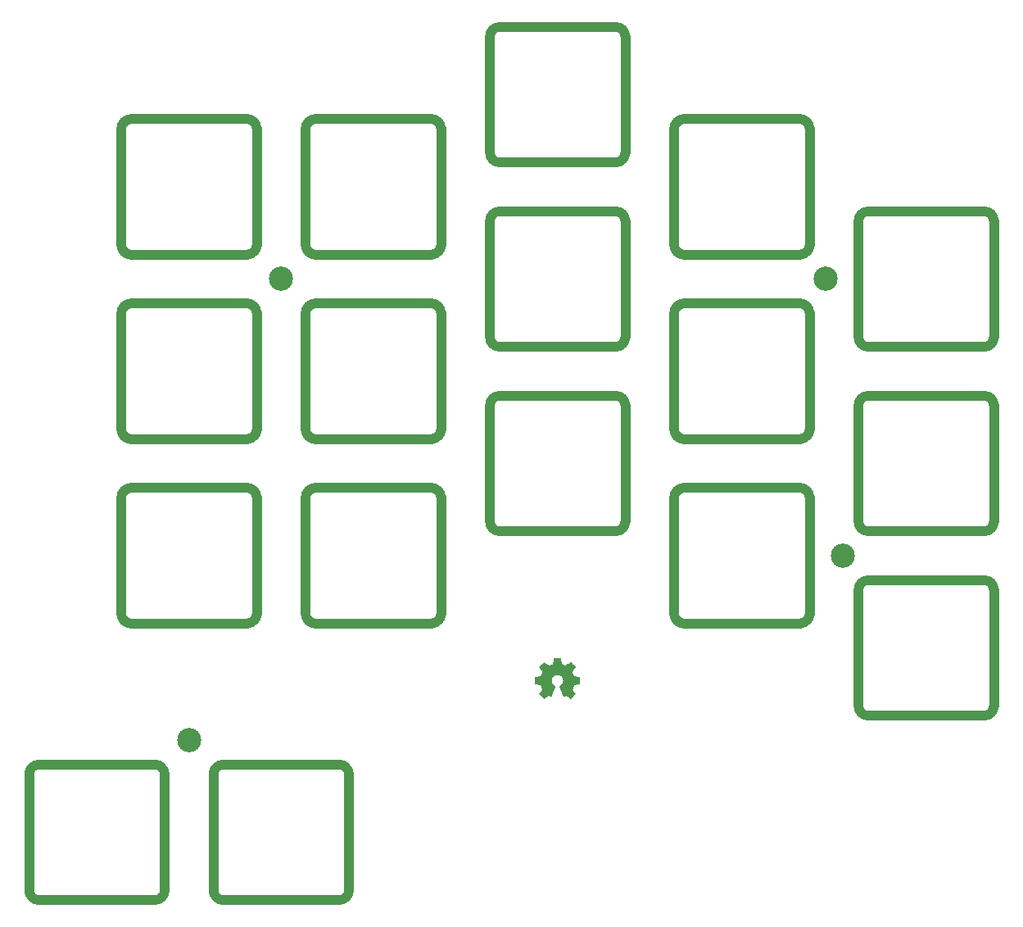
<source format=gts>
%TF.GenerationSoftware,KiCad,Pcbnew,(6.0.7-1)-1*%
%TF.CreationDate,2022-08-07T12:30:15+08:00*%
%TF.ProjectId,Plate,506c6174-652e-46b6-9963-61645f706362,3*%
%TF.SameCoordinates,PX4955318PY48ab840*%
%TF.FileFunction,Soldermask,Top*%
%TF.FilePolarity,Negative*%
%FSLAX46Y46*%
G04 Gerber Fmt 4.6, Leading zero omitted, Abs format (unit mm)*
G04 Created by KiCad (PCBNEW (6.0.7-1)-1) date 2022-08-07 12:30:15*
%MOMM*%
%LPD*%
G01*
G04 APERTURE LIST*
%ADD10C,1.000000*%
%ADD11C,0.010000*%
%ADD12C,2.500000*%
G04 APERTURE END LIST*
D10*
X60675000Y-7000000D02*
X72675000Y-7000000D01*
X73675000Y6000000D02*
X73675000Y-6000000D01*
X60675000Y7000000D02*
X72675000Y7000000D01*
X59675000Y6000000D02*
X59675000Y-6000000D01*
X59675000Y-6000000D02*
G75*
G03*
X60675000Y-7000000I999999J-1D01*
G01*
X60675000Y7000000D02*
G75*
G03*
X59675000Y6000000I-1J-999999D01*
G01*
X73675000Y6000000D02*
G75*
G03*
X72675000Y7000000I-1000000J0D01*
G01*
X72675000Y-7000000D02*
G75*
G03*
X73675000Y-6000000I0J1000000D01*
G01*
X59675000Y-13050000D02*
X59675000Y-25050000D01*
X60675000Y-26050000D02*
X72675000Y-26050000D01*
X73675000Y-13050000D02*
X73675000Y-25050000D01*
X60675000Y-12050000D02*
X72675000Y-12050000D01*
X59675000Y-25050000D02*
G75*
G03*
X60675000Y-26050000I999999J-1D01*
G01*
X60675000Y-12050000D02*
G75*
G03*
X59675000Y-13050000I-1J-999999D01*
G01*
X72675000Y-26050000D02*
G75*
G03*
X73675000Y-25050000I0J1000000D01*
G01*
X73675000Y-13050000D02*
G75*
G03*
X72675000Y-12050000I-1000000J0D01*
G01*
X41625000Y-2525000D02*
X53625000Y-2525000D01*
X41625000Y-16525000D02*
X53625000Y-16525000D01*
X40625000Y-3525000D02*
X40625000Y-15525000D01*
X54625000Y-3525000D02*
X54625000Y-15525000D01*
X54625000Y-3525000D02*
G75*
G03*
X53625000Y-2525000I-1000000J0D01*
G01*
X53625000Y-16525000D02*
G75*
G03*
X54625000Y-15525000I0J1000000D01*
G01*
X40625000Y-15525000D02*
G75*
G03*
X41625000Y-16525000I999999J-1D01*
G01*
X41625000Y-2525000D02*
G75*
G03*
X40625000Y-3525000I-1J-999999D01*
G01*
X41625000Y2525000D02*
X53625000Y2525000D01*
X54625000Y15525000D02*
X54625000Y3525000D01*
X40625000Y15525000D02*
X40625000Y3525000D01*
X41625000Y16525000D02*
X53625000Y16525000D01*
X54625000Y15525000D02*
G75*
G03*
X53625000Y16525000I-1000000J0D01*
G01*
X41625000Y16525000D02*
G75*
G03*
X40625000Y15525000I-1J-999999D01*
G01*
X40625000Y3525000D02*
G75*
G03*
X41625000Y2525000I999999J-1D01*
G01*
X53625000Y2525000D02*
G75*
G03*
X54625000Y3525000I0J1000000D01*
G01*
X21575000Y25050000D02*
X21575000Y13050000D01*
X22575000Y26050000D02*
X34575000Y26050000D01*
X22575000Y12050000D02*
X34575000Y12050000D01*
X35575000Y25050000D02*
X35575000Y13050000D01*
X35575000Y25050000D02*
G75*
G03*
X34575000Y26050000I-1000000J0D01*
G01*
X34575000Y12050000D02*
G75*
G03*
X35575000Y13050000I0J1000000D01*
G01*
X22575000Y26050000D02*
G75*
G03*
X21575000Y25050000I-1J-999999D01*
G01*
X21575000Y13050000D02*
G75*
G03*
X22575000Y12050000I999999J-1D01*
G01*
X3525000Y2525000D02*
X15525000Y2525000D01*
X16525000Y15525000D02*
X16525000Y3525000D01*
X2525000Y15525000D02*
X2525000Y3525000D01*
X3525000Y16525000D02*
X15525000Y16525000D01*
X2525000Y3525000D02*
G75*
G03*
X3525000Y2525000I999999J-1D01*
G01*
X15525000Y2525000D02*
G75*
G03*
X16525000Y3525000I0J1000000D01*
G01*
X3525000Y16525000D02*
G75*
G03*
X2525000Y15525000I-1J-999999D01*
G01*
X16525000Y15525000D02*
G75*
G03*
X15525000Y16525000I-1000000J0D01*
G01*
X-2525000Y15525000D02*
X-2525000Y3525000D01*
X-15525000Y16525000D02*
X-3525000Y16525000D01*
X-15525000Y2525000D02*
X-3525000Y2525000D01*
X-16525000Y15525000D02*
X-16525000Y3525000D01*
X-16525000Y3525000D02*
G75*
G03*
X-15525000Y2525000I999999J-1D01*
G01*
X-3525000Y2525000D02*
G75*
G03*
X-2525000Y3525000I0J1000000D01*
G01*
X-2525000Y15525000D02*
G75*
G03*
X-3525000Y16525000I-1000000J0D01*
G01*
X-15525000Y16525000D02*
G75*
G03*
X-16525000Y15525000I-1J-999999D01*
G01*
X22575000Y-7000000D02*
X34575000Y-7000000D01*
X22575000Y7000000D02*
X34575000Y7000000D01*
X21575000Y6000000D02*
X21575000Y-6000000D01*
X35575000Y6000000D02*
X35575000Y-6000000D01*
X34575000Y-7000000D02*
G75*
G03*
X35575000Y-6000000I0J1000000D01*
G01*
X22575000Y7000000D02*
G75*
G03*
X21575000Y6000000I-1J-999999D01*
G01*
X35575000Y6000000D02*
G75*
G03*
X34575000Y7000000I-1000000J0D01*
G01*
X21575000Y-6000000D02*
G75*
G03*
X22575000Y-7000000I999999J-1D01*
G01*
X16525000Y-3525000D02*
X16525000Y-15525000D01*
X3525000Y-2525000D02*
X15525000Y-2525000D01*
X2525000Y-3525000D02*
X2525000Y-15525000D01*
X3525000Y-16525000D02*
X15525000Y-16525000D01*
X15525000Y-16525000D02*
G75*
G03*
X16525000Y-15525000I0J1000000D01*
G01*
X3525000Y-2525000D02*
G75*
G03*
X2525000Y-3525000I-1J-999999D01*
G01*
X16525000Y-3525000D02*
G75*
G03*
X15525000Y-2525000I-1000000J0D01*
G01*
X2525000Y-15525000D02*
G75*
G03*
X3525000Y-16525000I999999J-1D01*
G01*
X-15525000Y-16525000D02*
X-3525000Y-16525000D01*
X-15525000Y-2525000D02*
X-3525000Y-2525000D01*
X-2525000Y-3525000D02*
X-2525000Y-15525000D01*
X-16525000Y-3525000D02*
X-16525000Y-15525000D01*
X-15525000Y-2525000D02*
G75*
G03*
X-16525000Y-3525000I-1J-999999D01*
G01*
X-2525000Y-3525000D02*
G75*
G03*
X-3525000Y-2525000I-1000000J0D01*
G01*
X-3525000Y-16525000D02*
G75*
G03*
X-2525000Y-15525000I0J1000000D01*
G01*
X-16525000Y-15525000D02*
G75*
G03*
X-15525000Y-16525000I999999J-1D01*
G01*
X60675000Y-31100000D02*
X72675000Y-31100000D01*
X59675000Y-32100000D02*
X59675000Y-44100000D01*
X73675000Y-32100000D02*
X73675000Y-44100000D01*
X60675000Y-45100000D02*
X72675000Y-45100000D01*
X72675000Y-45100000D02*
G75*
G03*
X73675000Y-44100000I0J1000000D01*
G01*
X73675000Y-32100000D02*
G75*
G03*
X72675000Y-31100000I-1000000J0D01*
G01*
X60675000Y-31100000D02*
G75*
G03*
X59675000Y-32100000I-1J-999999D01*
G01*
X59675000Y-44100000D02*
G75*
G03*
X60675000Y-45100000I999999J-1D01*
G01*
X54625000Y-22575000D02*
X54625000Y-34575000D01*
X40625000Y-22575000D02*
X40625000Y-34575000D01*
X41625000Y-21575000D02*
X53625000Y-21575000D01*
X41625000Y-35575000D02*
X53625000Y-35575000D01*
X41625000Y-21575000D02*
G75*
G03*
X40625000Y-22575000I-1J-999999D01*
G01*
X54625000Y-22575000D02*
G75*
G03*
X53625000Y-21575000I-1000000J0D01*
G01*
X40625000Y-34575000D02*
G75*
G03*
X41625000Y-35575000I999999J-1D01*
G01*
X53625000Y-35575000D02*
G75*
G03*
X54625000Y-34575000I0J1000000D01*
G01*
X22575000Y-26050000D02*
X34575000Y-26050000D01*
X21575000Y-13050000D02*
X21575000Y-25050000D01*
X35575000Y-13050000D02*
X35575000Y-25050000D01*
X22575000Y-12050000D02*
X34575000Y-12050000D01*
X34575000Y-26050000D02*
G75*
G03*
X35575000Y-25050000I0J1000000D01*
G01*
X35575000Y-13050000D02*
G75*
G03*
X34575000Y-12050000I-1000000J0D01*
G01*
X21575000Y-25050000D02*
G75*
G03*
X22575000Y-26050000I999999J-1D01*
G01*
X22575000Y-12050000D02*
G75*
G03*
X21575000Y-13050000I-1J-999999D01*
G01*
X3525000Y-35575000D02*
X15525000Y-35575000D01*
X2525000Y-22575000D02*
X2525000Y-34575000D01*
X16525000Y-22575000D02*
X16525000Y-34575000D01*
X3525000Y-21575000D02*
X15525000Y-21575000D01*
X3525000Y-21575000D02*
G75*
G03*
X2525000Y-22575000I-1J-999999D01*
G01*
X16525000Y-22575000D02*
G75*
G03*
X15525000Y-21575000I-1000000J0D01*
G01*
X15525000Y-35575000D02*
G75*
G03*
X16525000Y-34575000I0J1000000D01*
G01*
X2525000Y-34575000D02*
G75*
G03*
X3525000Y-35575000I999999J-1D01*
G01*
X-2525000Y-22575000D02*
X-2525000Y-34575000D01*
X-15525000Y-35575000D02*
X-3525000Y-35575000D01*
X-15525000Y-21575000D02*
X-3525000Y-21575000D01*
X-16525000Y-22575000D02*
X-16525000Y-34575000D01*
X-15525000Y-21575000D02*
G75*
G03*
X-16525000Y-22575000I-1J-999999D01*
G01*
X-16525000Y-34575000D02*
G75*
G03*
X-15525000Y-35575000I999999J-1D01*
G01*
X-3525000Y-35575000D02*
G75*
G03*
X-2525000Y-34575000I0J1000000D01*
G01*
X-2525000Y-22575000D02*
G75*
G03*
X-3525000Y-21575000I-1000000J0D01*
G01*
X7000000Y-51150000D02*
X7000000Y-63150000D01*
X-6000000Y-50150000D02*
X6000000Y-50150000D01*
X-7000000Y-51150000D02*
X-7000000Y-63150000D01*
X-6000000Y-64150000D02*
X6000000Y-64150000D01*
X-6000000Y-50150000D02*
G75*
G03*
X-7000000Y-51150000I-1J-999999D01*
G01*
X-7000000Y-63150000D02*
G75*
G03*
X-6000000Y-64150000I999999J-1D01*
G01*
X6000000Y-64150000D02*
G75*
G03*
X7000000Y-63150000I0J1000000D01*
G01*
X7000000Y-51150000D02*
G75*
G03*
X6000000Y-50150000I-1000000J0D01*
G01*
X-25050000Y-64150000D02*
X-13050000Y-64150000D01*
X-25050000Y-50150000D02*
X-13050000Y-50150000D01*
X-26050000Y-51150000D02*
X-26050000Y-63150000D01*
X-12050000Y-51150000D02*
X-12050000Y-63150000D01*
X-13050000Y-64150000D02*
G75*
G03*
X-12050000Y-63150000I0J1000000D01*
G01*
X-26050000Y-63150000D02*
G75*
G03*
X-25050000Y-64150000I999999J-1D01*
G01*
X-25050000Y-50150000D02*
G75*
G03*
X-26050000Y-51150000I-1J-999999D01*
G01*
X-12050000Y-51150000D02*
G75*
G03*
X-13050000Y-50150000I-1000000J0D01*
G01*
G36*
X28618910Y-39152348D02*
G01*
X28697454Y-39152778D01*
X28754298Y-39153942D01*
X28793105Y-39156207D01*
X28817538Y-39159940D01*
X28831262Y-39165506D01*
X28837940Y-39173273D01*
X28841236Y-39183605D01*
X28841556Y-39184943D01*
X28846562Y-39209079D01*
X28855829Y-39256701D01*
X28868392Y-39322741D01*
X28883287Y-39402128D01*
X28899551Y-39489796D01*
X28900119Y-39492875D01*
X28916410Y-39578789D01*
X28931652Y-39654696D01*
X28944861Y-39716045D01*
X28955054Y-39758282D01*
X28961248Y-39776855D01*
X28961543Y-39777184D01*
X28979788Y-39786253D01*
X29017405Y-39801367D01*
X29066271Y-39819262D01*
X29066543Y-39819358D01*
X29128093Y-39842493D01*
X29200657Y-39871965D01*
X29269057Y-39901597D01*
X29272294Y-39903062D01*
X29383702Y-39953626D01*
X29630399Y-39785160D01*
X29706077Y-39733803D01*
X29774631Y-39687889D01*
X29832088Y-39650030D01*
X29874476Y-39622837D01*
X29897825Y-39608921D01*
X29900042Y-39607889D01*
X29917010Y-39612484D01*
X29948701Y-39634655D01*
X29996352Y-39675447D01*
X30061198Y-39735905D01*
X30127397Y-39800227D01*
X30191214Y-39863612D01*
X30248329Y-39921451D01*
X30295305Y-39970175D01*
X30328703Y-40006210D01*
X30345085Y-40025984D01*
X30345694Y-40027002D01*
X30347505Y-40040572D01*
X30340683Y-40062733D01*
X30323540Y-40096478D01*
X30294393Y-40144800D01*
X30251555Y-40210692D01*
X30194448Y-40295517D01*
X30143766Y-40370177D01*
X30098461Y-40437140D01*
X30061150Y-40492516D01*
X30034452Y-40532420D01*
X30020985Y-40552962D01*
X30020137Y-40554356D01*
X30021781Y-40574038D01*
X30034245Y-40612293D01*
X30055048Y-40661889D01*
X30062462Y-40677728D01*
X30094814Y-40748290D01*
X30129328Y-40828353D01*
X30157365Y-40897629D01*
X30177568Y-40949045D01*
X30193615Y-40988119D01*
X30202888Y-41008541D01*
X30204041Y-41010114D01*
X30221096Y-41012721D01*
X30261298Y-41019863D01*
X30319302Y-41030523D01*
X30389763Y-41043685D01*
X30467335Y-41058333D01*
X30546672Y-41073449D01*
X30622431Y-41088018D01*
X30689264Y-41101022D01*
X30741828Y-41111445D01*
X30774776Y-41118270D01*
X30782857Y-41120199D01*
X30791205Y-41124962D01*
X30797506Y-41135718D01*
X30802045Y-41156098D01*
X30805104Y-41189734D01*
X30806967Y-41240255D01*
X30807918Y-41311292D01*
X30808240Y-41406476D01*
X30808257Y-41445492D01*
X30808257Y-41762799D01*
X30732057Y-41777839D01*
X30689663Y-41785995D01*
X30626400Y-41797899D01*
X30549962Y-41812116D01*
X30468043Y-41827210D01*
X30445400Y-41831355D01*
X30369806Y-41846053D01*
X30303953Y-41860505D01*
X30253366Y-41873375D01*
X30223574Y-41883322D01*
X30218612Y-41886287D01*
X30206426Y-41907283D01*
X30188953Y-41947967D01*
X30169577Y-42000322D01*
X30165734Y-42011600D01*
X30140339Y-42081523D01*
X30108817Y-42160418D01*
X30077969Y-42231266D01*
X30077817Y-42231595D01*
X30026447Y-42342733D01*
X30195399Y-42591253D01*
X30364352Y-42839772D01*
X30147429Y-43057058D01*
X30081819Y-43121726D01*
X30021979Y-43178733D01*
X29971267Y-43225033D01*
X29933046Y-43257584D01*
X29910675Y-43273343D01*
X29907466Y-43274343D01*
X29888626Y-43266469D01*
X29850180Y-43244578D01*
X29796330Y-43211267D01*
X29731276Y-43169131D01*
X29660940Y-43121943D01*
X29589555Y-43073810D01*
X29525908Y-43031928D01*
X29474041Y-42998871D01*
X29437995Y-42977218D01*
X29421867Y-42969543D01*
X29402189Y-42976037D01*
X29364875Y-42993150D01*
X29317621Y-43017326D01*
X29312612Y-43020013D01*
X29248977Y-43051927D01*
X29205341Y-43067579D01*
X29178202Y-43067745D01*
X29164057Y-43053204D01*
X29163975Y-43053000D01*
X29156905Y-43035779D01*
X29140042Y-42994899D01*
X29114695Y-42933525D01*
X29082171Y-42854819D01*
X29043778Y-42761947D01*
X29000822Y-42658072D01*
X28959222Y-42557502D01*
X28913504Y-42446516D01*
X28871526Y-42343703D01*
X28834548Y-42252215D01*
X28803827Y-42175201D01*
X28780622Y-42115815D01*
X28766190Y-42077209D01*
X28761743Y-42062800D01*
X28772896Y-42046272D01*
X28802069Y-42019930D01*
X28840971Y-41990887D01*
X28951757Y-41899039D01*
X29038351Y-41793759D01*
X29099716Y-41677266D01*
X29134815Y-41551776D01*
X29142608Y-41419507D01*
X29136943Y-41358457D01*
X29106078Y-41231795D01*
X29052920Y-41119941D01*
X28980767Y-41024001D01*
X28892917Y-40945076D01*
X28792665Y-40884270D01*
X28683310Y-40842687D01*
X28568147Y-40821428D01*
X28450475Y-40821599D01*
X28333590Y-40844301D01*
X28220789Y-40890638D01*
X28115369Y-40961713D01*
X28071368Y-41001911D01*
X27986979Y-41105129D01*
X27928222Y-41217925D01*
X27894704Y-41337010D01*
X27886035Y-41459095D01*
X27901823Y-41580893D01*
X27941678Y-41699116D01*
X28005207Y-41810475D01*
X28092021Y-41911684D01*
X28189029Y-41990887D01*
X28229437Y-42021162D01*
X28257982Y-42047219D01*
X28268257Y-42062825D01*
X28262877Y-42079843D01*
X28247575Y-42120500D01*
X28223612Y-42181642D01*
X28192244Y-42260119D01*
X28154732Y-42352780D01*
X28112333Y-42456472D01*
X28070663Y-42557526D01*
X28024690Y-42668607D01*
X27982107Y-42771541D01*
X27944221Y-42863165D01*
X27912340Y-42940316D01*
X27887771Y-42999831D01*
X27871820Y-43038544D01*
X27865910Y-43053000D01*
X27851948Y-43067685D01*
X27824940Y-43067642D01*
X27781413Y-43052099D01*
X27717890Y-43020284D01*
X27717388Y-43020013D01*
X27669560Y-42995323D01*
X27630897Y-42977338D01*
X27609095Y-42969614D01*
X27608133Y-42969543D01*
X27591721Y-42977378D01*
X27555487Y-42999165D01*
X27503474Y-43032328D01*
X27439725Y-43074291D01*
X27369060Y-43121943D01*
X27297116Y-43170191D01*
X27232274Y-43212151D01*
X27178735Y-43245227D01*
X27140697Y-43266821D01*
X27122533Y-43274343D01*
X27105808Y-43264457D01*
X27072180Y-43236826D01*
X27025010Y-43194495D01*
X26967658Y-43140505D01*
X26903484Y-43077899D01*
X26882497Y-43056983D01*
X26665499Y-42839623D01*
X26830668Y-42597220D01*
X26880864Y-42522781D01*
X26924919Y-42455972D01*
X26960362Y-42400665D01*
X26984719Y-42360729D01*
X26995522Y-42340036D01*
X26995838Y-42338563D01*
X26990143Y-42319058D01*
X26974826Y-42279822D01*
X26952537Y-42227430D01*
X26936893Y-42192355D01*
X26907641Y-42125201D01*
X26880094Y-42057358D01*
X26858737Y-42000034D01*
X26852935Y-41982572D01*
X26836452Y-41935938D01*
X26820340Y-41899905D01*
X26811490Y-41886287D01*
X26791960Y-41877952D01*
X26749334Y-41866137D01*
X26689145Y-41852181D01*
X26616922Y-41837422D01*
X26584600Y-41831355D01*
X26502522Y-41816273D01*
X26423795Y-41801669D01*
X26356109Y-41788980D01*
X26307160Y-41779642D01*
X26297943Y-41777839D01*
X26221743Y-41762799D01*
X26221743Y-41445492D01*
X26221914Y-41341154D01*
X26222616Y-41262213D01*
X26224134Y-41205038D01*
X26226749Y-41165999D01*
X26230746Y-41141465D01*
X26236409Y-41127805D01*
X26244020Y-41121389D01*
X26247143Y-41120199D01*
X26265978Y-41115980D01*
X26307588Y-41107562D01*
X26366630Y-41095961D01*
X26437757Y-41082195D01*
X26515625Y-41067280D01*
X26594887Y-41052232D01*
X26670198Y-41038069D01*
X26736213Y-41025806D01*
X26787587Y-41016461D01*
X26818975Y-41011050D01*
X26825959Y-41010114D01*
X26832285Y-40997596D01*
X26846290Y-40964246D01*
X26865355Y-40916377D01*
X26872634Y-40897629D01*
X26901996Y-40825195D01*
X26936571Y-40745170D01*
X26967537Y-40677728D01*
X26990323Y-40626159D01*
X27005482Y-40583785D01*
X27010542Y-40557834D01*
X27009736Y-40554356D01*
X26999041Y-40537936D01*
X26974620Y-40501417D01*
X26939095Y-40448687D01*
X26895087Y-40383635D01*
X26845217Y-40310151D01*
X26835356Y-40295645D01*
X26777492Y-40209704D01*
X26734956Y-40144261D01*
X26706054Y-40096304D01*
X26689090Y-40062820D01*
X26682367Y-40040795D01*
X26684190Y-40027217D01*
X26684236Y-40027131D01*
X26698586Y-40009297D01*
X26730323Y-39974817D01*
X26776010Y-39927268D01*
X26832204Y-39870222D01*
X26895468Y-39807255D01*
X26902602Y-39800227D01*
X26982330Y-39723020D01*
X27043857Y-39666330D01*
X27088421Y-39629110D01*
X27117257Y-39610315D01*
X27129958Y-39607889D01*
X27148494Y-39618471D01*
X27186961Y-39642916D01*
X27241386Y-39678612D01*
X27307798Y-39722947D01*
X27382225Y-39773311D01*
X27399601Y-39785160D01*
X27646297Y-39953626D01*
X27757706Y-39903062D01*
X27825457Y-39873595D01*
X27898183Y-39843959D01*
X27960703Y-39820330D01*
X27963457Y-39819358D01*
X28012360Y-39801457D01*
X28050057Y-39786320D01*
X28068425Y-39777210D01*
X28068456Y-39777184D01*
X28074285Y-39760717D01*
X28084192Y-39720219D01*
X28097195Y-39660242D01*
X28112309Y-39585340D01*
X28128552Y-39500064D01*
X28129881Y-39492875D01*
X28146175Y-39405014D01*
X28161133Y-39325260D01*
X28173791Y-39258681D01*
X28183186Y-39210347D01*
X28188354Y-39185325D01*
X28188444Y-39184943D01*
X28191589Y-39174299D01*
X28197704Y-39166262D01*
X28210453Y-39160467D01*
X28233500Y-39156547D01*
X28270509Y-39154135D01*
X28325144Y-39152865D01*
X28401067Y-39152371D01*
X28501944Y-39152286D01*
X28515000Y-39152286D01*
X28618910Y-39152348D01*
G37*
D11*
X28618910Y-39152348D02*
X28697454Y-39152778D01*
X28754298Y-39153942D01*
X28793105Y-39156207D01*
X28817538Y-39159940D01*
X28831262Y-39165506D01*
X28837940Y-39173273D01*
X28841236Y-39183605D01*
X28841556Y-39184943D01*
X28846562Y-39209079D01*
X28855829Y-39256701D01*
X28868392Y-39322741D01*
X28883287Y-39402128D01*
X28899551Y-39489796D01*
X28900119Y-39492875D01*
X28916410Y-39578789D01*
X28931652Y-39654696D01*
X28944861Y-39716045D01*
X28955054Y-39758282D01*
X28961248Y-39776855D01*
X28961543Y-39777184D01*
X28979788Y-39786253D01*
X29017405Y-39801367D01*
X29066271Y-39819262D01*
X29066543Y-39819358D01*
X29128093Y-39842493D01*
X29200657Y-39871965D01*
X29269057Y-39901597D01*
X29272294Y-39903062D01*
X29383702Y-39953626D01*
X29630399Y-39785160D01*
X29706077Y-39733803D01*
X29774631Y-39687889D01*
X29832088Y-39650030D01*
X29874476Y-39622837D01*
X29897825Y-39608921D01*
X29900042Y-39607889D01*
X29917010Y-39612484D01*
X29948701Y-39634655D01*
X29996352Y-39675447D01*
X30061198Y-39735905D01*
X30127397Y-39800227D01*
X30191214Y-39863612D01*
X30248329Y-39921451D01*
X30295305Y-39970175D01*
X30328703Y-40006210D01*
X30345085Y-40025984D01*
X30345694Y-40027002D01*
X30347505Y-40040572D01*
X30340683Y-40062733D01*
X30323540Y-40096478D01*
X30294393Y-40144800D01*
X30251555Y-40210692D01*
X30194448Y-40295517D01*
X30143766Y-40370177D01*
X30098461Y-40437140D01*
X30061150Y-40492516D01*
X30034452Y-40532420D01*
X30020985Y-40552962D01*
X30020137Y-40554356D01*
X30021781Y-40574038D01*
X30034245Y-40612293D01*
X30055048Y-40661889D01*
X30062462Y-40677728D01*
X30094814Y-40748290D01*
X30129328Y-40828353D01*
X30157365Y-40897629D01*
X30177568Y-40949045D01*
X30193615Y-40988119D01*
X30202888Y-41008541D01*
X30204041Y-41010114D01*
X30221096Y-41012721D01*
X30261298Y-41019863D01*
X30319302Y-41030523D01*
X30389763Y-41043685D01*
X30467335Y-41058333D01*
X30546672Y-41073449D01*
X30622431Y-41088018D01*
X30689264Y-41101022D01*
X30741828Y-41111445D01*
X30774776Y-41118270D01*
X30782857Y-41120199D01*
X30791205Y-41124962D01*
X30797506Y-41135718D01*
X30802045Y-41156098D01*
X30805104Y-41189734D01*
X30806967Y-41240255D01*
X30807918Y-41311292D01*
X30808240Y-41406476D01*
X30808257Y-41445492D01*
X30808257Y-41762799D01*
X30732057Y-41777839D01*
X30689663Y-41785995D01*
X30626400Y-41797899D01*
X30549962Y-41812116D01*
X30468043Y-41827210D01*
X30445400Y-41831355D01*
X30369806Y-41846053D01*
X30303953Y-41860505D01*
X30253366Y-41873375D01*
X30223574Y-41883322D01*
X30218612Y-41886287D01*
X30206426Y-41907283D01*
X30188953Y-41947967D01*
X30169577Y-42000322D01*
X30165734Y-42011600D01*
X30140339Y-42081523D01*
X30108817Y-42160418D01*
X30077969Y-42231266D01*
X30077817Y-42231595D01*
X30026447Y-42342733D01*
X30195399Y-42591253D01*
X30364352Y-42839772D01*
X30147429Y-43057058D01*
X30081819Y-43121726D01*
X30021979Y-43178733D01*
X29971267Y-43225033D01*
X29933046Y-43257584D01*
X29910675Y-43273343D01*
X29907466Y-43274343D01*
X29888626Y-43266469D01*
X29850180Y-43244578D01*
X29796330Y-43211267D01*
X29731276Y-43169131D01*
X29660940Y-43121943D01*
X29589555Y-43073810D01*
X29525908Y-43031928D01*
X29474041Y-42998871D01*
X29437995Y-42977218D01*
X29421867Y-42969543D01*
X29402189Y-42976037D01*
X29364875Y-42993150D01*
X29317621Y-43017326D01*
X29312612Y-43020013D01*
X29248977Y-43051927D01*
X29205341Y-43067579D01*
X29178202Y-43067745D01*
X29164057Y-43053204D01*
X29163975Y-43053000D01*
X29156905Y-43035779D01*
X29140042Y-42994899D01*
X29114695Y-42933525D01*
X29082171Y-42854819D01*
X29043778Y-42761947D01*
X29000822Y-42658072D01*
X28959222Y-42557502D01*
X28913504Y-42446516D01*
X28871526Y-42343703D01*
X28834548Y-42252215D01*
X28803827Y-42175201D01*
X28780622Y-42115815D01*
X28766190Y-42077209D01*
X28761743Y-42062800D01*
X28772896Y-42046272D01*
X28802069Y-42019930D01*
X28840971Y-41990887D01*
X28951757Y-41899039D01*
X29038351Y-41793759D01*
X29099716Y-41677266D01*
X29134815Y-41551776D01*
X29142608Y-41419507D01*
X29136943Y-41358457D01*
X29106078Y-41231795D01*
X29052920Y-41119941D01*
X28980767Y-41024001D01*
X28892917Y-40945076D01*
X28792665Y-40884270D01*
X28683310Y-40842687D01*
X28568147Y-40821428D01*
X28450475Y-40821599D01*
X28333590Y-40844301D01*
X28220789Y-40890638D01*
X28115369Y-40961713D01*
X28071368Y-41001911D01*
X27986979Y-41105129D01*
X27928222Y-41217925D01*
X27894704Y-41337010D01*
X27886035Y-41459095D01*
X27901823Y-41580893D01*
X27941678Y-41699116D01*
X28005207Y-41810475D01*
X28092021Y-41911684D01*
X28189029Y-41990887D01*
X28229437Y-42021162D01*
X28257982Y-42047219D01*
X28268257Y-42062825D01*
X28262877Y-42079843D01*
X28247575Y-42120500D01*
X28223612Y-42181642D01*
X28192244Y-42260119D01*
X28154732Y-42352780D01*
X28112333Y-42456472D01*
X28070663Y-42557526D01*
X28024690Y-42668607D01*
X27982107Y-42771541D01*
X27944221Y-42863165D01*
X27912340Y-42940316D01*
X27887771Y-42999831D01*
X27871820Y-43038544D01*
X27865910Y-43053000D01*
X27851948Y-43067685D01*
X27824940Y-43067642D01*
X27781413Y-43052099D01*
X27717890Y-43020284D01*
X27717388Y-43020013D01*
X27669560Y-42995323D01*
X27630897Y-42977338D01*
X27609095Y-42969614D01*
X27608133Y-42969543D01*
X27591721Y-42977378D01*
X27555487Y-42999165D01*
X27503474Y-43032328D01*
X27439725Y-43074291D01*
X27369060Y-43121943D01*
X27297116Y-43170191D01*
X27232274Y-43212151D01*
X27178735Y-43245227D01*
X27140697Y-43266821D01*
X27122533Y-43274343D01*
X27105808Y-43264457D01*
X27072180Y-43236826D01*
X27025010Y-43194495D01*
X26967658Y-43140505D01*
X26903484Y-43077899D01*
X26882497Y-43056983D01*
X26665499Y-42839623D01*
X26830668Y-42597220D01*
X26880864Y-42522781D01*
X26924919Y-42455972D01*
X26960362Y-42400665D01*
X26984719Y-42360729D01*
X26995522Y-42340036D01*
X26995838Y-42338563D01*
X26990143Y-42319058D01*
X26974826Y-42279822D01*
X26952537Y-42227430D01*
X26936893Y-42192355D01*
X26907641Y-42125201D01*
X26880094Y-42057358D01*
X26858737Y-42000034D01*
X26852935Y-41982572D01*
X26836452Y-41935938D01*
X26820340Y-41899905D01*
X26811490Y-41886287D01*
X26791960Y-41877952D01*
X26749334Y-41866137D01*
X26689145Y-41852181D01*
X26616922Y-41837422D01*
X26584600Y-41831355D01*
X26502522Y-41816273D01*
X26423795Y-41801669D01*
X26356109Y-41788980D01*
X26307160Y-41779642D01*
X26297943Y-41777839D01*
X26221743Y-41762799D01*
X26221743Y-41445492D01*
X26221914Y-41341154D01*
X26222616Y-41262213D01*
X26224134Y-41205038D01*
X26226749Y-41165999D01*
X26230746Y-41141465D01*
X26236409Y-41127805D01*
X26244020Y-41121389D01*
X26247143Y-41120199D01*
X26265978Y-41115980D01*
X26307588Y-41107562D01*
X26366630Y-41095961D01*
X26437757Y-41082195D01*
X26515625Y-41067280D01*
X26594887Y-41052232D01*
X26670198Y-41038069D01*
X26736213Y-41025806D01*
X26787587Y-41016461D01*
X26818975Y-41011050D01*
X26825959Y-41010114D01*
X26832285Y-40997596D01*
X26846290Y-40964246D01*
X26865355Y-40916377D01*
X26872634Y-40897629D01*
X26901996Y-40825195D01*
X26936571Y-40745170D01*
X26967537Y-40677728D01*
X26990323Y-40626159D01*
X27005482Y-40583785D01*
X27010542Y-40557834D01*
X27009736Y-40554356D01*
X26999041Y-40537936D01*
X26974620Y-40501417D01*
X26939095Y-40448687D01*
X26895087Y-40383635D01*
X26845217Y-40310151D01*
X26835356Y-40295645D01*
X26777492Y-40209704D01*
X26734956Y-40144261D01*
X26706054Y-40096304D01*
X26689090Y-40062820D01*
X26682367Y-40040795D01*
X26684190Y-40027217D01*
X26684236Y-40027131D01*
X26698586Y-40009297D01*
X26730323Y-39974817D01*
X26776010Y-39927268D01*
X26832204Y-39870222D01*
X26895468Y-39807255D01*
X26902602Y-39800227D01*
X26982330Y-39723020D01*
X27043857Y-39666330D01*
X27088421Y-39629110D01*
X27117257Y-39610315D01*
X27129958Y-39607889D01*
X27148494Y-39618471D01*
X27186961Y-39642916D01*
X27241386Y-39678612D01*
X27307798Y-39722947D01*
X27382225Y-39773311D01*
X27399601Y-39785160D01*
X27646297Y-39953626D01*
X27757706Y-39903062D01*
X27825457Y-39873595D01*
X27898183Y-39843959D01*
X27960703Y-39820330D01*
X27963457Y-39819358D01*
X28012360Y-39801457D01*
X28050057Y-39786320D01*
X28068425Y-39777210D01*
X28068456Y-39777184D01*
X28074285Y-39760717D01*
X28084192Y-39720219D01*
X28097195Y-39660242D01*
X28112309Y-39585340D01*
X28128552Y-39500064D01*
X28129881Y-39492875D01*
X28146175Y-39405014D01*
X28161133Y-39325260D01*
X28173791Y-39258681D01*
X28183186Y-39210347D01*
X28188354Y-39185325D01*
X28188444Y-39184943D01*
X28191589Y-39174299D01*
X28197704Y-39166262D01*
X28210453Y-39160467D01*
X28233500Y-39156547D01*
X28270509Y-39154135D01*
X28325144Y-39152865D01*
X28401067Y-39152371D01*
X28501944Y-39152286D01*
X28515000Y-39152286D01*
X28618910Y-39152348D01*
D12*
X56261000Y0D03*
X58039000Y-28575000D03*
X0Y0D03*
X-9525000Y-47625000D03*
M02*

</source>
